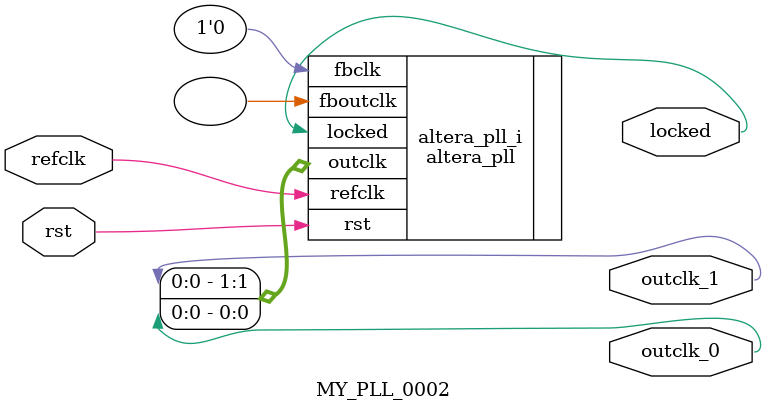
<source format=v>
`timescale 1ns/10ps
module  MY_PLL_0002(

	// interface 'refclk'
	input wire refclk,

	// interface 'reset'
	input wire rst,

	// interface 'outclk0'
	output wire outclk_0,

	// interface 'outclk1'
	output wire outclk_1,

	// interface 'locked'
	output wire locked
);

	altera_pll #(
		.fractional_vco_multiplier("false"),
		.reference_clock_frequency("50.0 MHz"),
		.operation_mode("normal"),
		.number_of_clocks(2),
		.output_clock_frequency0("50.000000 MHz"),
		.phase_shift0("0 ps"),
		.duty_cycle0(50),
		.output_clock_frequency1("100.000000 MHz"),
		.phase_shift1("0 ps"),
		.duty_cycle1(50),
		.output_clock_frequency2("0 MHz"),
		.phase_shift2("0 ps"),
		.duty_cycle2(50),
		.output_clock_frequency3("0 MHz"),
		.phase_shift3("0 ps"),
		.duty_cycle3(50),
		.output_clock_frequency4("0 MHz"),
		.phase_shift4("0 ps"),
		.duty_cycle4(50),
		.output_clock_frequency5("0 MHz"),
		.phase_shift5("0 ps"),
		.duty_cycle5(50),
		.output_clock_frequency6("0 MHz"),
		.phase_shift6("0 ps"),
		.duty_cycle6(50),
		.output_clock_frequency7("0 MHz"),
		.phase_shift7("0 ps"),
		.duty_cycle7(50),
		.output_clock_frequency8("0 MHz"),
		.phase_shift8("0 ps"),
		.duty_cycle8(50),
		.output_clock_frequency9("0 MHz"),
		.phase_shift9("0 ps"),
		.duty_cycle9(50),
		.output_clock_frequency10("0 MHz"),
		.phase_shift10("0 ps"),
		.duty_cycle10(50),
		.output_clock_frequency11("0 MHz"),
		.phase_shift11("0 ps"),
		.duty_cycle11(50),
		.output_clock_frequency12("0 MHz"),
		.phase_shift12("0 ps"),
		.duty_cycle12(50),
		.output_clock_frequency13("0 MHz"),
		.phase_shift13("0 ps"),
		.duty_cycle13(50),
		.output_clock_frequency14("0 MHz"),
		.phase_shift14("0 ps"),
		.duty_cycle14(50),
		.output_clock_frequency15("0 MHz"),
		.phase_shift15("0 ps"),
		.duty_cycle15(50),
		.output_clock_frequency16("0 MHz"),
		.phase_shift16("0 ps"),
		.duty_cycle16(50),
		.output_clock_frequency17("0 MHz"),
		.phase_shift17("0 ps"),
		.duty_cycle17(50),
		.pll_type("General"),
		.pll_subtype("General")
	) altera_pll_i (
		.rst	(rst),
		.outclk	({outclk_1, outclk_0}),
		.locked	(locked),
		.fboutclk	( ),
		.fbclk	(1'b0),
		.refclk	(refclk)
	);
endmodule


</source>
